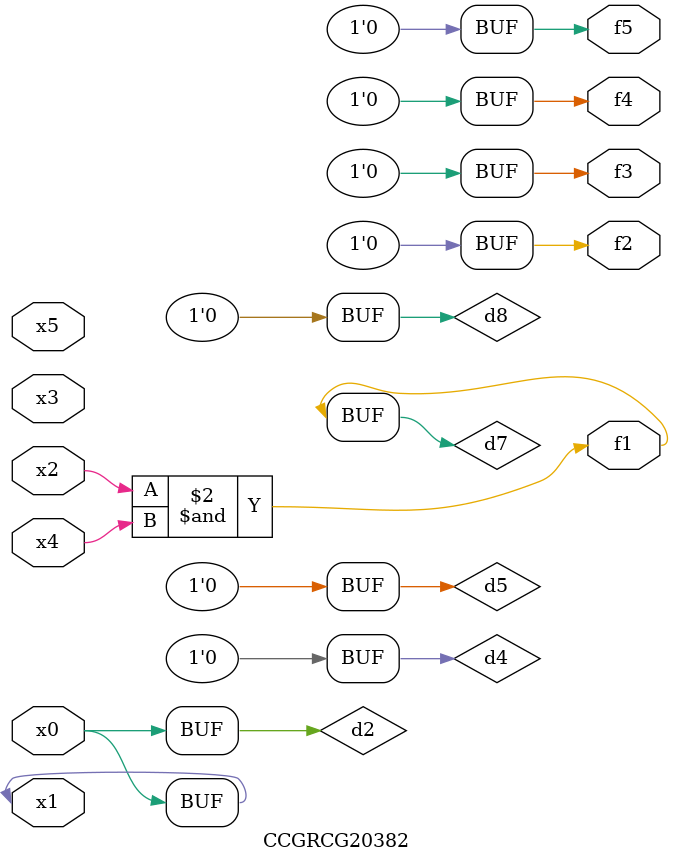
<source format=v>
module CCGRCG20382(
	input x0, x1, x2, x3, x4, x5,
	output f1, f2, f3, f4, f5
);

	wire d1, d2, d3, d4, d5, d6, d7, d8, d9;

	nand (d1, x1);
	buf (d2, x0, x1);
	nand (d3, x2, x4);
	and (d4, d1, d2);
	and (d5, d1, d2);
	nand (d6, d1, d3);
	not (d7, d3);
	xor (d8, d5);
	nor (d9, d5, d6);
	assign f1 = d7;
	assign f2 = d8;
	assign f3 = d8;
	assign f4 = d8;
	assign f5 = d8;
endmodule

</source>
